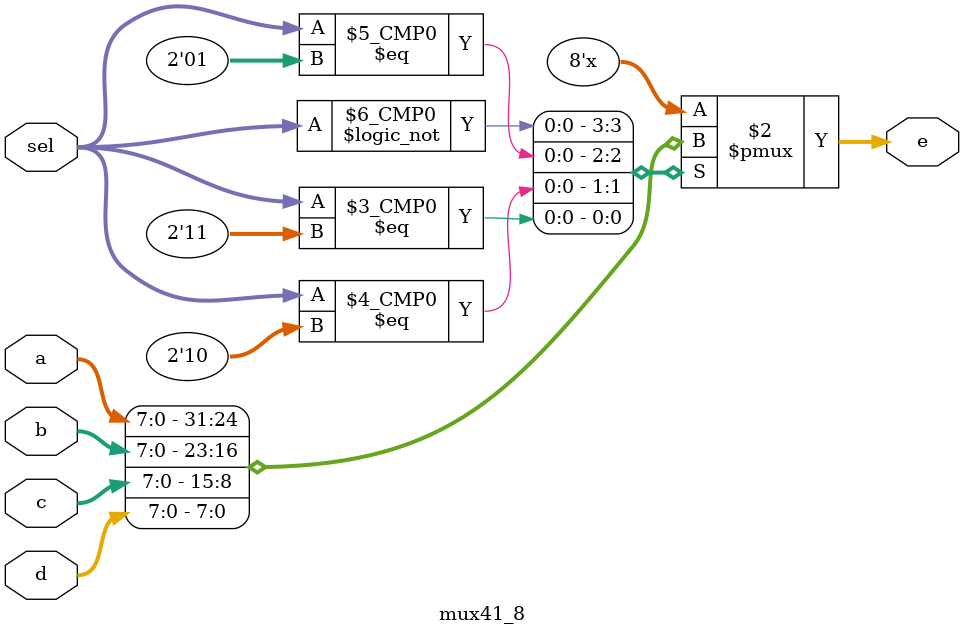
<source format=v>
module mux41_8(sel,a,b,c,d,e);

output[7:0] e;
input[7:0] a,b,c,d;
input [1:0] sel;

reg [7:0] e;

always@(sel or a or b or c or d)
      case(sel)
          2'b00: e=a;
          2'b01: e=b;
          2'b10: e=c;
          2'b11: e=d;
      endcase

endmodule
</source>
